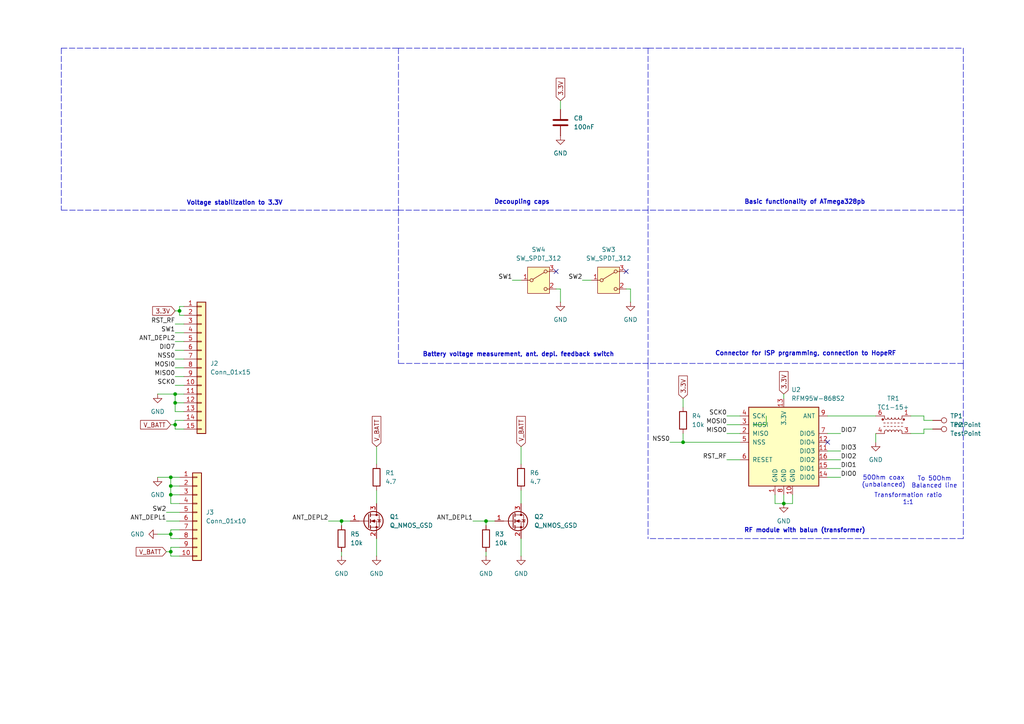
<source format=kicad_sch>
(kicad_sch (version 20231120) (generator "eeschema") (generator_version "8.0")
  (paper "A4")
  (title_block (title "Jára - antenna deployment subsystem") (date "2025-02-26") (rev "v0.1") (company "2PDK space industries"))
  (lib_symbols
    (symbol "Connector:TestPoint" (pin_numbers hide) (pin_names (offset 0.762) hide)
      (property "Reference" "TP" (at 0 6.858 0))
      (property "Value" "TestPoint" (at 0 5.08 0))
      (symbol "TestPoint_0_1"
        (circle (center 0 3.302) (radius 0.762))
      )
      (symbol "TestPoint_1_1"
        (pin passive line (at 0 0 90) (length 2.54) (name "1") (number "1"))
      )
    )
    (symbol "Connector_Generic:Conn_01x10" (pin_names (offset 1.016) hide)
      (property "Reference" "J" (at 0 12.7 0))
      (property "Value" "Conn_01x10" (at 0 -15.24 0))
      (symbol "Conn_01x10_1_1"
        (rectangle (start -1.27 -12.573) (end 0 -12.827) (stroke (width 0.1524)))
        (rectangle (start -1.27 -10.033) (end 0 -10.287) (stroke (width 0.1524)))
        (rectangle (start -1.27 -7.493) (end 0 -7.747) (stroke (width 0.1524)))
        (rectangle (start -1.27 -4.953) (end 0 -5.207) (stroke (width 0.1524)))
        (rectangle (start -1.27 -2.413) (end 0 -2.667) (stroke (width 0.1524)))
        (rectangle (start -1.27 0.127) (end 0 -0.127) (stroke (width 0.1524)))
        (rectangle (start -1.27 2.667) (end 0 2.413) (stroke (width 0.1524)))
        (rectangle (start -1.27 5.207) (end 0 4.953) (stroke (width 0.1524)))
        (rectangle (start -1.27 7.747) (end 0 7.493) (stroke (width 0.1524)))
        (rectangle (start -1.27 10.287) (end 0 10.033) (stroke (width 0.1524)))
        (rectangle (start -1.27 11.43) (end 1.27 -13.97) (stroke (width 0.254)) (fill (type background)))
        (pin passive line (at -5.08 10.16 0) (length 3.81) (name "Pin_1") (number "1"))
        (pin passive line (at -5.08 -12.7 0) (length 3.81) (name "Pin_10") (number "10"))
        (pin passive line (at -5.08 7.62 0) (length 3.81) (name "Pin_2") (number "2"))
        (pin passive line (at -5.08 5.08 0) (length 3.81) (name "Pin_3") (number "3"))
        (pin passive line (at -5.08 2.54 0) (length 3.81) (name "Pin_4") (number "4"))
        (pin passive line (at -5.08 0 0) (length 3.81) (name "Pin_5") (number "5"))
        (pin passive line (at -5.08 -2.54 0) (length 3.81) (name "Pin_6") (number "6"))
        (pin passive line (at -5.08 -5.08 0) (length 3.81) (name "Pin_7") (number "7"))
        (pin passive line (at -5.08 -7.62 0) (length 3.81) (name "Pin_8") (number "8"))
        (pin passive line (at -5.08 -10.16 0) (length 3.81) (name "Pin_9") (number "9"))
      )
    )
    (symbol "Connector_Generic:Conn_01x15" (pin_names (offset 1.016) hide)
      (property "Reference" "J" (at 0 20.32 0))
      (property "Value" "Conn_01x15" (at 0 -20.32 0))
      (symbol "Conn_01x15_1_1"
        (rectangle (start -1.27 -17.653) (end 0 -17.907) (stroke (width 0.1524)))
        (rectangle (start -1.27 -15.113) (end 0 -15.367) (stroke (width 0.1524)))
        (rectangle (start -1.27 -12.573) (end 0 -12.827) (stroke (width 0.1524)))
        (rectangle (start -1.27 -10.033) (end 0 -10.287) (stroke (width 0.1524)))
        (rectangle (start -1.27 -7.493) (end 0 -7.747) (stroke (width 0.1524)))
        (rectangle (start -1.27 -4.953) (end 0 -5.207) (stroke (width 0.1524)))
        (rectangle (start -1.27 -2.413) (end 0 -2.667) (stroke (width 0.1524)))
        (rectangle (start -1.27 0.127) (end 0 -0.127) (stroke (width 0.1524)))
        (rectangle (start -1.27 2.667) (end 0 2.413) (stroke (width 0.1524)))
        (rectangle (start -1.27 5.207) (end 0 4.953) (stroke (width 0.1524)))
        (rectangle (start -1.27 7.747) (end 0 7.493) (stroke (width 0.1524)))
        (rectangle (start -1.27 10.287) (end 0 10.033) (stroke (width 0.1524)))
        (rectangle (start -1.27 12.827) (end 0 12.573) (stroke (width 0.1524)))
        (rectangle (start -1.27 15.367) (end 0 15.113) (stroke (width 0.1524)))
        (rectangle (start -1.27 17.907) (end 0 17.653) (stroke (width 0.1524)))
        (rectangle (start -1.27 19.05) (end 1.27 -19.05) (stroke (width 0.254)) (fill (type background)))
        (pin passive line (at -5.08 17.78 0) (length 3.81) (name "Pin_1") (number "1"))
        (pin passive line (at -5.08 -5.08 0) (length 3.81) (name "Pin_10") (number "10"))
        (pin passive line (at -5.08 -7.62 0) (length 3.81) (name "Pin_11") (number "11"))
        (pin passive line (at -5.08 -10.16 0) (length 3.81) (name "Pin_12") (number "12"))
        (pin passive line (at -5.08 -12.7 0) (length 3.81) (name "Pin_13") (number "13"))
        (pin passive line (at -5.08 -15.24 0) (length 3.81) (name "Pin_14") (number "14"))
        (pin passive line (at -5.08 -17.78 0) (length 3.81) (name "Pin_15") (number "15"))
        (pin passive line (at -5.08 15.24 0) (length 3.81) (name "Pin_2") (number "2"))
        (pin passive line (at -5.08 12.7 0) (length 3.81) (name "Pin_3") (number "3"))
        (pin passive line (at -5.08 10.16 0) (length 3.81) (name "Pin_4") (number "4"))
        (pin passive line (at -5.08 7.62 0) (length 3.81) (name "Pin_5") (number "5"))
        (pin passive line (at -5.08 5.08 0) (length 3.81) (name "Pin_6") (number "6"))
        (pin passive line (at -5.08 2.54 0) (length 3.81) (name "Pin_7") (number "7"))
        (pin passive line (at -5.08 0 0) (length 3.81) (name "Pin_8") (number "8"))
        (pin passive line (at -5.08 -2.54 0) (length 3.81) (name "Pin_9") (number "9"))
      )
    )
    (symbol "Device:C" (pin_numbers hide) (pin_names (offset 0.254))
      (property "Reference" "C" (at 0.635 2.54 0))
      (property "Value" "C" (at 0.635 -2.54 0))
      (symbol "C_0_1"
        (polyline (pts (xy -2.032 -0.762) (xy 2.032 -0.762)) (stroke (width 0.508)))
        (polyline (pts (xy -2.032 0.762) (xy 2.032 0.762)) (stroke (width 0.508)))
      )
      (symbol "C_1_1"
        (pin passive line (at 0 3.81 270) (length 2.794) (name "~") (number "1"))
        (pin passive line (at 0 -3.81 90) (length 2.794) (name "~") (number "2"))
      )
    )
    (symbol "Device:Q_NMOS_GSD" (pin_names (offset 0) hide)
      (property "Reference" "Q" (at 5.08 1.27 0))
      (property "Value" "Q_NMOS_GSD" (at 5.08 -1.27 0))
      (symbol "Q_NMOS_GSD_0_1"
        (polyline (pts (xy 0.254 0) (xy -2.54 0)))
        (polyline (pts (xy 0.254 1.905) (xy 0.254 -1.905)) (stroke (width 0.254)))
        (polyline (pts (xy 0.762 -1.27) (xy 0.762 -2.286)) (stroke (width 0.254)))
        (polyline (pts (xy 0.762 0.508) (xy 0.762 -0.508)) (stroke (width 0.254)))
        (polyline (pts (xy 0.762 2.286) (xy 0.762 1.27)) (stroke (width 0.254)))
        (polyline (pts (xy 2.54 2.54) (xy 2.54 1.778)))
        (polyline (pts (xy 2.54 -2.54) (xy 2.54 0) (xy 0.762 0)))
        (polyline (pts (xy 0.762 -1.778) (xy 3.302 -1.778) (xy 3.302 1.778) (xy 0.762 1.778)))
        (polyline (pts (xy 1.016 0) (xy 2.032 0.381) (xy 2.032 -0.381) (xy 1.016 0)) (fill (type outline)))
        (polyline (pts (xy 2.794 0.508) (xy 2.921 0.381) (xy 3.683 0.381) (xy 3.81 0.254)))
        (polyline (pts (xy 3.302 0.381) (xy 2.921 -0.254) (xy 3.683 -0.254) (xy 3.302 0.381)))
        (circle (center 1.651 0) (radius 2.794) (stroke (width 0.254)))
        (circle (center 2.54 -1.778) (radius 0.254) (fill (type outline)))
        (circle (center 2.54 1.778) (radius 0.254) (fill (type outline)))
      )
      (symbol "Q_NMOS_GSD_1_1"
        (pin input line (at -5.08 0 0) (length 2.54) (name "G") (number "1"))
        (pin passive line (at 2.54 -5.08 90) (length 2.54) (name "S") (number "2"))
        (pin passive line (at 2.54 5.08 270) (length 2.54) (name "D") (number "3"))
      )
    )
    (symbol "Device:R" (pin_numbers hide) (pin_names (offset 0))
      (property "Reference" "R" (at 2.032 0 90))
      (property "Value" "R" (at 0 0 90))
      (symbol "R_0_1"
        (rectangle (start -1.016 -2.54) (end 1.016 2.54) (stroke (width 0.254)))
      )
      (symbol "R_1_1"
        (pin passive line (at 0 3.81 270) (length 1.27) (name "~") (number "1"))
        (pin passive line (at 0 -3.81 90) (length 1.27) (name "~") (number "2"))
      )
    )
    (symbol "RF_Module:RFM95W-868S2" (pin_names (offset 1.016))
      (property "Reference" "U" (at -10.414 11.684 0))
      (property "Value" "RFM95W-868S2" (at 1.524 11.43 0))
      (symbol "RFM95W-868S2_0_1"
        (rectangle (start -10.16 10.16) (end 10.16 -12.7) (stroke (width 0.254)) (fill (type background)))
      )
      (symbol "RFM95W-868S2_1_1"
        (pin power_in line (at -2.54 -15.24 90) (length 2.54) (name "GND") (number "1"))
        (pin power_in line (at 2.54 -15.24 90) (length 2.54) (name "GND") (number "10"))
        (pin bidirectional line (at 12.7 -2.54 180) (length 2.54) (name "DIO3") (number "11"))
        (pin bidirectional line (at 12.7 0 180) (length 2.54) (name "DIO4") (number "12"))
        (pin power_in line (at 0 12.7 270) (length 2.54) (name "3.3V") (number "13"))
        (pin bidirectional line (at 12.7 -10.16 180) (length 2.54) (name "DIO0") (number "14"))
        (pin bidirectional line (at 12.7 -7.62 180) (length 2.54) (name "DIO1") (number "15"))
        (pin bidirectional line (at 12.7 -5.08 180) (length 2.54) (name "DIO2") (number "16"))
        (pin output line (at -12.7 2.54 0) (length 2.54) (name "MISO") (number "2"))
        (pin input line (at -12.7 5.08 0) (length 2.54) (name "MOSI") (number "3"))
        (pin input line (at -12.7 7.62 0) (length 2.54) (name "SCK") (number "4"))
        (pin input line (at -12.7 0 0) (length 2.54) (name "NSS") (number "5"))
        (pin bidirectional line (at -12.7 -5.08 0) (length 2.54) (name "RESET") (number "6"))
        (pin bidirectional line (at 12.7 2.54 180) (length 2.54) (name "DIO5") (number "7"))
        (pin power_in line (at 0 -15.24 90) (length 2.54) (name "GND") (number "8"))
        (pin bidirectional line (at 12.7 7.62 180) (length 2.54) (name "ANT") (number "9"))
      )
    )
    (symbol "Switch:SW_SPDT_312" (pin_names (offset 1) hide)
      (property "Reference" "SW" (at 0 5.08 0))
      (property "Value" "SW_SPDT_312" (at 0 -5.08 0))
      (symbol "SW_SPDT_312_0_1"
        (circle (center -2.032 0) (radius 0.4572))
        (polyline (pts (xy -1.651 0.254) (xy 1.651 2.286)))
        (circle (center 2.032 -2.54) (radius 0.4572))
        (circle (center 2.032 2.54) (radius 0.4572))
      )
      (symbol "SW_SPDT_312_1_1"
        (rectangle (start -3.175 3.81) (end 3.175 -3.81) (fill (type background)))
        (pin passive line (at -5.08 0 0) (length 2.54) (name "B") (number "1"))
        (pin passive line (at 5.08 -2.54 180) (length 2.54) (name "C") (number "2"))
        (pin passive line (at 5.08 2.54 180) (length 2.54) (name "A") (number "3"))
      )
    )
    (symbol "Transformer:TC1-1-13M+" (pin_names hide)
      (property "Reference" "TR" (at 0 3.81 0))
      (property "Value" "TC1-1-13M+" (at 0 -3.81 0))
      (symbol "TC1-1-13M+_1_1"
        (circle (center -3.048 1.524) (radius 0.254) (fill (type outline)))
        (arc (start -2.54 2.032) (mid -2.032 1.5262) (end -1.524 2.032))
        (arc (start -1.524 -2.032) (mid -2.032 -1.5262) (end -2.54 -2.032))
        (arc (start -1.524 2.032) (mid -1.016 1.5262) (end -0.508 2.032))
        (arc (start -0.508 -2.032) (mid -1.016 -1.5262) (end -1.524 -2.032))
        (arc (start -0.508 2.032) (mid 0 1.5262) (end 0.508 2.032))
        (polyline (pts (xy -2.794 -0.508) (xy -2.286 -0.508)))
        (polyline (pts (xy -2.794 0.508) (xy -2.286 0.508)))
        (polyline (pts (xy -2.54 -2.032) (xy -2.54 -2.54)))
        (polyline (pts (xy -2.54 2.032) (xy -2.54 2.54)))
        (polyline (pts (xy -1.778 -0.508) (xy -1.27 -0.508)))
        (polyline (pts (xy -1.778 0.508) (xy -1.27 0.508)))
        (polyline (pts (xy -0.762 -0.508) (xy -0.254 -0.508)))
        (polyline (pts (xy -0.762 0.508) (xy -0.254 0.508)))
        (polyline (pts (xy 0.254 -0.508) (xy 0.762 -0.508)))
        (polyline (pts (xy 0.254 0.508) (xy 0.762 0.508)))
        (polyline (pts (xy 1.27 -0.508) (xy 1.778 -0.508)))
        (polyline (pts (xy 1.27 0.508) (xy 1.778 0.508)))
        (polyline (pts (xy 2.286 -0.508) (xy 2.794 -0.508)))
        (polyline (pts (xy 2.286 0.508) (xy 2.794 0.508)))
        (polyline (pts (xy 2.54 -2.032) (xy 2.54 -2.54)))
        (polyline (pts (xy 2.54 2.54) (xy 2.54 2.032)))
        (arc (start 0.508 -2.032) (mid 0 -1.5262) (end -0.508 -2.032))
        (arc (start 0.508 2.032) (mid 1.016 1.5262) (end 1.524 2.032))
        (arc (start 1.524 -2.032) (mid 1.016 -1.5262) (end 0.508 -2.032))
        (arc (start 1.524 2.032) (mid 2.032 1.5262) (end 2.54 2.032))
        (arc (start 2.54 -2.032) (mid 2.032 -1.5262) (end 1.524 -2.032))
        (circle (center 3.048 1.524) (radius 0.254) (fill (type outline)))
        (pin passive line (at 5.08 2.54 180) (length 2.54) (name "~") (number "1"))
        (pin passive line (at 5.08 -2.54 180) (length 2.54) (name "~") (number "3"))
        (pin passive line (at -5.08 -2.54 0) (length 2.54) (name "~") (number "4"))
        (pin passive line (at -5.08 2.54 0) (length 2.54) (name "~") (number "6"))
      )
    )
    (symbol "power:GND" (power) (pin_numbers hide) (pin_names (offset 0) hide)
      (property "Value" "GND" (at 0 -3.81 0))
      (symbol "GND_0_1"
        (polyline (pts (xy 0 0) (xy 0 -1.27) (xy 1.27 -1.27) (xy 0 -2.54) (xy -1.27 -1.27) (xy 0 -1.27)))
      )
      (symbol "GND_1_1"
        (pin power_in line (at 0 0 270) (length 0) (name "~") (number "1"))
      )
    )
  )
  (junction (at 50.8 116.84))
  (junction (at 49.53 138.43))
  (junction (at 140.97 151.13))
  (junction (at 49.53 160.02))
  (junction (at 227.33 146.05))
  (junction (at 49.53 154.94))
  (junction (at 198.12 128.27))
  (junction (at 49.53 140.97))
  (junction (at 49.53 143.51))
  (junction (at 50.8 114.3))
  (junction (at 52.07 90.17))
  (junction (at 99.06 151.13))
  (junction (at 50.8 123.19))
  (no_connect (at 181.61 78.74))
  (no_connect (at 240.03 128.27))
  (no_connect (at 161.29 78.74))
  (wire (pts (xy 48.26 148.59) (xy 52.07 148.59)))
  (wire (pts (xy 151.13 129.54) (xy 151.13 134.62)))
  (wire (pts (xy 49.53 138.43) (xy 52.07 138.43)))
  (wire (pts (xy 240.03 130.81) (xy 243.84 130.81)))
  (wire (pts (xy 267.97 121.92) (xy 270.51 121.92)))
  (wire (pts (xy 168.91 81.28) (xy 171.45 81.28)))
  (wire (pts (xy 49.53 140.97) (xy 52.07 140.97)))
  (wire (pts (xy 53.34 91.44) (xy 52.07 91.44)))
  (wire (pts (xy 162.56 29.21) (xy 162.56 31.75)))
  (wire (pts (xy 229.87 146.05) (xy 227.33 146.05)))
  (wire (pts (xy 240.03 120.65) (xy 254 120.65)))
  (wire (pts (xy 45.72 114.3) (xy 50.8 114.3)))
  (wire (pts (xy 50.8 116.84) (xy 53.34 116.84)))
  (wire (pts (xy 140.97 160.02) (xy 140.97 161.29)))
  (wire (pts (xy 53.34 119.38) (xy 50.8 119.38)))
  (polyline (pts (xy 115.57 13.97) (xy 187.96 13.97)) (stroke (width 0) (type dash)))
  (wire (pts (xy 50.8 121.92) (xy 53.34 121.92)))
  (wire (pts (xy 181.61 83.82) (xy 182.88 83.82)))
  (polyline (pts (xy 187.96 105.41) (xy 187.96 60.96)) (stroke (width 0) (type dash)))
  (wire (pts (xy 267.97 125.73) (xy 267.97 124.46)))
  (wire (pts (xy 151.13 161.29) (xy 151.13 156.21)))
  (wire (pts (xy 49.53 158.75) (xy 49.53 160.02)))
  (polyline (pts (xy 115.57 105.41) (xy 187.96 105.41)) (stroke (width 0) (type dash)))
  (wire (pts (xy 267.97 120.65) (xy 267.97 121.92)))
  (wire (pts (xy 140.97 151.13) (xy 143.51 151.13)))
  (wire (pts (xy 161.29 83.82) (xy 162.56 83.82)))
  (polyline (pts (xy 187.96 13.97) (xy 187.96 60.96)) (stroke (width 0) (type dash)))
  (wire (pts (xy 49.53 143.51) (xy 52.07 143.51)))
  (polyline (pts (xy 17.78 13.97) (xy 17.78 60.96)) (stroke (width 0) (type dash)))
  (wire (pts (xy 53.34 104.14) (xy 50.8 104.14)))
  (wire (pts (xy 224.79 143.51) (xy 224.79 146.05)))
  (wire (pts (xy 52.07 88.9) (xy 52.07 90.17)))
  (wire (pts (xy 198.12 128.27) (xy 214.63 128.27)))
  (wire (pts (xy 50.8 124.46) (xy 53.34 124.46)))
  (polyline (pts (xy 279.4 13.97) (xy 279.4 60.96)) (stroke (width 0) (type dash)))
  (wire (pts (xy 148.59 81.28) (xy 151.13 81.28)))
  (wire (pts (xy 267.97 124.46) (xy 270.51 124.46)))
  (wire (pts (xy 49.53 140.97) (xy 49.53 143.51)))
  (wire (pts (xy 162.56 83.82) (xy 162.56 87.63)))
  (wire (pts (xy 50.8 90.17) (xy 52.07 90.17)))
  (wire (pts (xy 109.22 142.24) (xy 109.22 146.05)))
  (polyline (pts (xy 187.96 13.97) (xy 279.4 13.97)) (stroke (width 0) (type dash)))
  (wire (pts (xy 49.53 123.19) (xy 50.8 123.19)))
  (wire (pts (xy 49.53 140.97) (xy 49.53 138.43)))
  (polyline (pts (xy 187.96 60.96) (xy 115.57 60.96)) (stroke (width 0) (type dash)))
  (wire (pts (xy 48.26 151.13) (xy 52.07 151.13)))
  (wire (pts (xy 52.07 153.67) (xy 49.53 153.67)))
  (polyline (pts (xy 279.4 105.41) (xy 187.96 105.41)) (stroke (width 0) (type dash)))
  (wire (pts (xy 48.26 160.02) (xy 49.53 160.02)))
  (wire (pts (xy 99.06 151.13) (xy 99.06 152.4)))
  (wire (pts (xy 49.53 156.21) (xy 52.07 156.21)))
  (wire (pts (xy 49.53 154.94) (xy 49.53 156.21)))
  (polyline (pts (xy 115.57 13.97) (xy 115.57 60.96)) (stroke (width 0) (type dash)))
  (wire (pts (xy 53.34 93.98) (xy 50.8 93.98)))
  (wire (pts (xy 49.53 143.51) (xy 49.53 146.05)))
  (wire (pts (xy 50.8 114.3) (xy 50.8 116.84)))
  (wire (pts (xy 151.13 142.24) (xy 151.13 146.05)))
  (wire (pts (xy 50.8 121.92) (xy 50.8 123.19)))
  (wire (pts (xy 194.31 128.27) (xy 198.12 128.27)))
  (wire (pts (xy 52.07 90.17) (xy 52.07 91.44)))
  (wire (pts (xy 53.34 99.06) (xy 50.8 99.06)))
  (wire (pts (xy 95.25 151.13) (xy 99.06 151.13)))
  (wire (pts (xy 50.8 116.84) (xy 50.8 119.38)))
  (wire (pts (xy 182.88 83.82) (xy 182.88 87.63)))
  (wire (pts (xy 140.97 151.13) (xy 140.97 152.4)))
  (wire (pts (xy 229.87 143.51) (xy 229.87 146.05)))
  (polyline (pts (xy 279.4 156.21) (xy 187.96 156.21)) (stroke (width 0) (type dash)))
  (wire (pts (xy 254 125.73) (xy 254 128.27)))
  (wire (pts (xy 53.34 109.22) (xy 50.8 109.22)))
  (wire (pts (xy 49.53 161.29) (xy 52.07 161.29)))
  (polyline (pts (xy 279.4 60.96) (xy 187.96 60.96)) (stroke (width 0) (type dash)))
  (wire (pts (xy 49.53 158.75) (xy 52.07 158.75)))
  (wire (pts (xy 198.12 115.57) (xy 198.12 118.11)))
  (wire (pts (xy 53.34 111.76) (xy 50.8 111.76)))
  (wire (pts (xy 53.34 106.68) (xy 50.8 106.68)))
  (wire (pts (xy 53.34 96.52) (xy 50.8 96.52)))
  (wire (pts (xy 264.16 125.73) (xy 267.97 125.73)))
  (polyline (pts (xy 115.57 60.96) (xy 17.78 60.96)) (stroke (width 0) (type dash)))
  (wire (pts (xy 210.82 125.73) (xy 214.63 125.73)))
  (wire (pts (xy 222.25 123.19) (xy 222.25 120.65)))
  (wire (pts (xy 137.16 151.13) (xy 140.97 151.13)))
  (wire (pts (xy 240.03 133.35) (xy 243.84 133.35)))
  (polyline (pts (xy 187.96 105.41) (xy 187.96 156.21)) (stroke (width 0) (type dash)))
  (wire (pts (xy 240.03 135.89) (xy 243.84 135.89)))
  (wire (pts (xy 45.72 138.43) (xy 49.53 138.43)))
  (wire (pts (xy 45.72 154.94) (xy 49.53 154.94)))
  (wire (pts (xy 198.12 125.73) (xy 198.12 128.27)))
  (wire (pts (xy 53.34 101.6) (xy 50.8 101.6)))
  (wire (pts (xy 240.03 125.73) (xy 243.84 125.73)))
  (wire (pts (xy 49.53 160.02) (xy 49.53 161.29)))
  (wire (pts (xy 210.82 123.19) (xy 214.63 123.19)))
  (wire (pts (xy 224.79 146.05) (xy 227.33 146.05)))
  (polyline (pts (xy 279.4 60.96) (xy 279.4 105.41)) (stroke (width 0) (type dash)))
  (wire (pts (xy 52.07 88.9) (xy 53.34 88.9)))
  (wire (pts (xy 50.8 114.3) (xy 53.34 114.3)))
  (wire (pts (xy 49.53 153.67) (xy 49.53 154.94)))
  (polyline (pts (xy 115.57 60.96) (xy 115.57 105.41)) (stroke (width 0) (type dash)))
  (polyline (pts (xy 279.4 105.41) (xy 279.4 156.21)) (stroke (width 0) (type dash)))
  (wire (pts (xy 240.03 138.43) (xy 243.84 138.43)))
  (wire (pts (xy 210.82 133.35) (xy 214.63 133.35)))
  (polyline (pts (xy 17.78 13.97) (xy 115.57 13.97)) (stroke (width 0) (type dash)))
  (wire (pts (xy 50.8 123.19) (xy 50.8 124.46)))
  (wire (pts (xy 227.33 143.51) (xy 227.33 146.05)))
  (wire (pts (xy 264.16 120.65) (xy 267.97 120.65)))
  (wire (pts (xy 49.53 146.05) (xy 52.07 146.05)))
  (wire (pts (xy 227.33 114.3) (xy 227.33 115.57)))
  (wire (pts (xy 109.22 161.29) (xy 109.22 156.21)))
  (wire (pts (xy 99.06 151.13) (xy 101.6 151.13)))
  (wire (pts (xy 109.22 129.54) (xy 109.22 134.62)))
  (wire (pts (xy 210.82 120.65) (xy 214.63 120.65)))
  (wire (pts (xy 99.06 160.02) (xy 99.06 161.29)))
  (wire (pts (xy 218.44 123.19) (xy 222.25 123.19)))
  (text "Basic functionality of ATmega328pb" (at 233.426 58.674 0) (effects (font (size 1.27 1.27) (bold yes))))
  (text "RF module with balun (transformer)" (at 233.426 153.924 0) (effects (font (size 1.27 1.27) (bold yes))))
  (text "Decoupling caps" (at 151.384 58.674 0) (effects (font (size 1.27 1.27) (bold yes))))
  (text "50Ohm coax\n(unbalanced)" (at 256.286 139.7 0) (effects (font (size 1.27 1.27))))
  (text "To 50Ohm\nBalanced line" (at 271.018 139.954 0) (effects (font (size 1.27 1.27))))
  (text "Battery voltage measurement, ant. depl. feedback switch" (at 150.368 102.87 0) (effects (font (size 1.27 1.27) (bold yes))))
  (text "Connector for ISP prgramming, connection to HopeRF" (at 233.68 102.616 0) (effects (font (size 1.27 1.27) (bold yes))))
  (text "Voltage stabilization to 3.3V" (at 68.072 58.928 0) (effects (font (size 1.27 1.27) (thickness 0.254) (bold yes))))
  (text "Transformation ratio\n1:1" (at 263.398 144.78 0) (effects (font (size 1.27 1.27))))
  (label "MOSI0" (at 210.82 123.19 180))
  (label "SW2" (at 48.26 148.59 180))
  (label "DIO7" (at 243.84 125.73 0))
  (label "ANT_DEPL2" (at 95.25 151.13 180))
  (label "ANT_DEPL1" (at 48.26 151.13 180))
  (label "RST_RF" (at 50.8 93.98 180))
  (label "MISO0" (at 210.82 125.73 180))
  (label "ANT_DEPL2" (at 50.8 99.06 180))
  (label "MISO0" (at 50.8 109.22 180))
  (label "DIO3" (at 243.84 130.81 0))
  (label "MOSI0" (at 50.8 106.68 180))
  (label "NSS0" (at 50.8 104.14 180))
  (label "ANT_DEPL1" (at 137.16 151.13 180))
  (label "RST_RF" (at 210.82 133.35 180))
  (label "NSS0" (at 194.31 128.27 180))
  (label "DIO1" (at 243.84 135.89 0))
  (label "SCK0" (at 50.8 111.76 180))
  (label "DIO2" (at 243.84 133.35 0))
  (label "DIO0" (at 243.84 138.43 0))
  (label "DIO7" (at 50.8 101.6 180))
  (label "SW1" (at 50.8 96.52 180))
  (label "SW1" (at 148.59 81.28 180))
  (label "SCK0" (at 210.82 120.65 180))
  (label "SW2" (at 168.91 81.28 180))
  (global_label "3.3V" (shape input) (at 162.56 29.21 90) (property "Intersheetrefs" "${INTERSHEET_REFS}" (effects (hide yes))))
  (global_label "V_BATT" (shape input) (at 151.13 129.54 90) (property "Intersheetrefs" "${INTERSHEET_REFS}" (effects (hide yes))))
  (global_label "V_BATT" (shape input) (at 109.22 129.54 90) (property "Intersheetrefs" "${INTERSHEET_REFS}" (effects (hide yes))))
  (global_label "V_BATT" (shape input) (at 48.26 160.02 180) (property "Intersheetrefs" "${INTERSHEET_REFS}" (effects (hide yes))))
  (global_label "3.3V" (shape input) (at 227.33 114.3 90) (property "Intersheetrefs" "${INTERSHEET_REFS}" (effects (hide yes))))
  (global_label "3.3V" (shape input) (at 198.12 115.57 90) (property "Intersheetrefs" "${INTERSHEET_REFS}" (effects (hide yes))))
  (global_label "V_BATT" (shape input) (at 49.53 123.19 180) (property "Intersheetrefs" "${INTERSHEET_REFS}" (effects (hide yes))))
  (global_label "3.3V" (shape input) (at 50.8 90.17 180) (property "Intersheetrefs" "${INTERSHEET_REFS}" (effects (hide yes))))
  (symbol (lib_id "Device:Q_NMOS_GSD") (at 148.59 151.13 0) (unit 1)
    (property "Reference" "Q2" (at 154.94 149.8599 0) (effects (justify left)))
    (property "Value" "Q_NMOS_GSD" (at 154.94 152.3999 0) (effects (justify left)))
    (property "Footprint" "Package_TO_SOT_SMD:SOT-23" (effects (hide yes)))
    (property "Description" "N-MOSFET transistor, gate/source/drain" (effects (hide yes)))
  )
  (symbol (lib_id "power:GND") (at 162.56 87.63 0) (unit 1)
    (property "Reference" "#PWR022" (effects (hide yes)))
    (property "Value" "GND" (at 162.56 92.71 0))
    (property "Description" "Power symbol creates a global label with name \"GND\" , ground" (effects (hide yes)))
  )
  (symbol (lib_id "Device:R") (at 151.13 138.43 0) (unit 1)
    (property "Reference" "R6" (at 153.67 137.1599 0) (effects (justify left)))
    (property "Value" "4.7" (at 153.67 139.6999 0) (effects (justify left)))
    (property "Footprint" "Resistor_SMD:R_0805_2012Metric" (effects (hide yes)))
    (property "Description" "Resistor" (effects (hide yes)))
  )
  (symbol (lib_id "power:GND") (at 140.97 161.29 0) (unit 1)
    (property "Reference" "#PWR01" (effects (hide yes)))
    (property "Value" "GND" (at 140.97 166.37 0))
    (property "Description" "Power symbol creates a global label with name \"GND\" , ground" (effects (hide yes)))
  )
  (symbol (lib_id "Connector:TestPoint") (at 270.51 124.46 270) (unit 1)
    (property "Reference" "TP2" (at 275.59 123.1899 90) (effects (justify left)))
    (property "Value" "TestPoint" (at 275.59 125.7299 90) (effects (justify left)))
    (property "Footprint" "TestPoint:TestPoint_Pad_1.5x1.5mm" (effects (hide yes)))
    (property "Description" "test point" (effects (hide yes)))
  )
  (symbol (lib_id "Device:R") (at 140.97 156.21 0) (unit 1)
    (property "Reference" "R3" (at 143.51 154.9399 0) (effects (justify left)))
    (property "Value" "10k" (at 143.51 157.4799 0) (effects (justify left)))
    (property "Footprint" "Resistor_SMD:R_0805_2012Metric" (effects (hide yes)))
    (property "Description" "Resistor" (effects (hide yes)))
  )
  (symbol (lib_id "Device:R") (at 109.22 138.43 0) (unit 1)
    (property "Reference" "R1" (at 111.76 137.1599 0) (effects (justify left)))
    (property "Value" "4.7" (at 111.76 139.6999 0) (effects (justify left)))
    (property "Footprint" "Resistor_SMD:R_0805_2012Metric" (effects (hide yes)))
    (property "Description" "Resistor" (effects (hide yes)))
  )
  (symbol (lib_id "Switch:SW_SPDT_312") (at 156.21 81.28 0) (unit 1)
    (property "Reference" "SW4" (at 156.21 72.39 0))
    (property "Value" "SW_SPDT_312" (at 156.21 74.93 0))
    (property "Footprint" "moment_switch:ZMA00A080L04RC" (effects (hide yes)))
    (property "Description" "Switch, single pole double throw" (effects (hide yes)))
  )
  (symbol (lib_id "power:GND") (at 182.88 87.63 0) (unit 1)
    (property "Reference" "#PWR027" (effects (hide yes)))
    (property "Value" "GND" (at 182.88 92.71 0))
    (property "Description" "Power symbol creates a global label with name \"GND\" , ground" (effects (hide yes)))
  )
  (symbol (lib_id "power:GND") (at 99.06 161.29 0) (unit 1)
    (property "Reference" "#PWR03" (effects (hide yes)))
    (property "Value" "GND" (at 99.06 166.37 0))
    (property "Description" "Power symbol creates a global label with name \"GND\" , ground" (effects (hide yes)))
  )
  (symbol (lib_id "Transformer:TC1-1-13M+") (at 259.08 123.19 0) (unit 1)
    (property "Reference" "TR1" (at 259.08 115.57 0))
    (property "Value" "TC1-15+" (at 259.08 118.11 0))
    (property "Footprint" "Transformer_SMD:Transformer_MiniCircuits_AT224-1A" (effects (hide yes)))
    (property "Datasheet" "https://www.minicircuits.com/pdfs/TC1-1-13M+.pdf" (effects (hide yes)))
    (property "Description" "4.5-3000MHz 1:1 RF Transformer, Balanced Transmission Line, AT224-1A" (effects (hide yes)))
  )
  (symbol (lib_id "Connector_Generic:Conn_01x10") (at 57.15 148.59 0) (unit 1)
    (property "Reference" "J3" (at 59.69 148.5899 0) (effects (justify left)))
    (property "Value" "Conn_01x10" (at 59.69 151.1299 0) (effects (justify left)))
    (property "Footprint" "Connector_PinHeader_2.54mm:PinHeader_1x10_P2.54mm_Vertical" (effects (hide yes)))
    (property "Description" "Generic connector, single row, 01x10, script generated (kicad-library-utils/schlib/autogen/connector/)" (effects (hide yes)))
  )
  (symbol (lib_id "Device:R") (at 99.06 156.21 0) (unit 1)
    (property "Reference" "R5" (at 101.6 154.9399 0) (effects (justify left)))
    (property "Value" "10k" (at 101.6 157.4799 0) (effects (justify left)))
    (property "Footprint" "Resistor_SMD:R_0805_2012Metric" (effects (hide yes)))
    (property "Description" "Resistor" (effects (hide yes)))
  )
  (symbol (lib_id "Connector_Generic:Conn_01x15") (at 58.42 106.68 0) (unit 1)
    (property "Reference" "J2" (at 60.96 105.4099 0) (effects (justify left)))
    (property "Value" "Conn_01x15" (at 60.96 107.9499 0) (effects (justify left)))
    (property "Footprint" "Connector_PinHeader_2.54mm:PinHeader_1x15_P2.54mm_Vertical" (effects (hide yes)))
    (property "Description" "Generic connector, single row, 01x15, script generated (kicad-library-utils/schlib/autogen/connector/)" (effects (hide yes)))
  )
  (symbol (lib_id "Device:C") (at 162.56 35.56 0) (unit 1)
    (property "Reference" "C8" (at 166.37 34.2899 0) (effects (justify left)))
    (property "Value" "100nF" (at 166.37 36.8299 0) (effects (justify left)))
    (property "Footprint" "Capacitor_SMD:C_0805_2012Metric" (effects (hide yes)))
    (property "Description" "Unpolarized capacitor" (effects (hide yes)))
  )
  (symbol (lib_id "power:GND") (at 227.33 146.05 0) (unit 1)
    (property "Reference" "#PWR012" (effects (hide yes)))
    (property "Value" "GND" (at 227.33 151.13 0))
    (property "Description" "Power symbol creates a global label with name \"GND\" , ground" (effects (hide yes)))
  )
  (symbol (lib_id "power:GND") (at 45.72 154.94 270) (unit 1)
    (property "Reference" "#PWR07" (effects (hide yes)))
    (property "Value" "GND" (at 41.91 154.9399 90) (effects (justify right)))
    (property "Description" "Power symbol creates a global label with name \"GND\" , ground" (effects (hide yes)))
  )
  (symbol (lib_id "power:GND") (at 162.56 39.37 0) (unit 1)
    (property "Reference" "#PWR013" (effects (hide yes)))
    (property "Value" "GND" (at 162.56 44.45 0))
    (property "Description" "Power symbol creates a global label with name \"GND\" , ground" (effects (hide yes)))
  )
  (symbol (lib_id "power:GND") (at 45.72 114.3 0) (unit 1)
    (property "Reference" "#PWR06" (effects (hide yes)))
    (property "Value" "GND" (at 45.72 119.38 0))
    (property "Description" "Power symbol creates a global label with name \"GND\" , ground" (effects (hide yes)))
  )
  (symbol (lib_id "power:GND") (at 45.72 138.43 0) (unit 1)
    (property "Reference" "#PWR05" (effects (hide yes)))
    (property "Value" "GND" (at 45.72 143.51 0))
    (property "Description" "Power symbol creates a global label with name \"GND\" , ground" (effects (hide yes)))
  )
  (symbol (lib_id "Connector:TestPoint") (at 270.51 121.92 270) (unit 1)
    (property "Reference" "TP1" (at 275.59 120.6499 90) (effects (justify left)))
    (property "Value" "TestPoint" (at 275.59 123.1899 90) (effects (justify left)))
    (property "Footprint" "TestPoint:TestPoint_Pad_1.5x1.5mm" (effects (hide yes)))
    (property "Description" "test point" (effects (hide yes)))
  )
  (symbol (lib_id "Device:R") (at 198.12 121.92 0) (unit 1)
    (property "Reference" "R4" (at 200.66 120.6499 0) (effects (justify left)))
    (property "Value" "10k" (at 200.66 123.1899 0) (effects (justify left)))
    (property "Footprint" "Resistor_SMD:R_0805_2012Metric" (effects (hide yes)))
    (property "Description" "Resistor" (effects (hide yes)))
  )
  (symbol (lib_id "Switch:SW_SPDT_312") (at 176.53 81.28 0) (unit 1)
    (property "Reference" "SW3" (at 176.53 72.39 0))
    (property "Value" "SW_SPDT_312" (at 176.53 74.93 0))
    (property "Footprint" "moment_switch:ZMA00A080L04RC" (effects (hide yes)))
    (property "Description" "Switch, single pole double throw" (effects (hide yes)))
  )
  (symbol (lib_id "power:GND") (at 254 128.27 0) (unit 1)
    (property "Reference" "#PWR014" (effects (hide yes)))
    (property "Value" "GND" (at 254 133.35 0))
    (property "Description" "Power symbol creates a global label with name \"GND\" , ground" (effects (hide yes)))
  )
  (symbol (lib_id "Device:Q_NMOS_GSD") (at 106.68 151.13 0) (unit 1)
    (property "Reference" "Q1" (at 113.03 149.8599 0) (effects (justify left)))
    (property "Value" "Q_NMOS_GSD" (at 113.03 152.3999 0) (effects (justify left)))
    (property "Footprint" "Package_TO_SOT_SMD:SOT-23" (effects (hide yes)))
    (property "Description" "N-MOSFET transistor, gate/source/drain" (effects (hide yes)))
  )
  (symbol (lib_id "power:GND") (at 109.22 161.29 0) (unit 1)
    (property "Reference" "#PWR04" (effects (hide yes)))
    (property "Value" "GND" (at 109.22 166.37 0))
    (property "Description" "Power symbol creates a global label with name \"GND\" , ground" (effects (hide yes)))
  )
  (symbol (lib_id "RF_Module:RFM95W-868S2") (at 227.33 128.27 0) (unit 1)
    (property "Reference" "U2" (at 229.5241 113.03 0) (effects (justify left)))
    (property "Value" "RFM95W-868S2" (at 229.5241 115.57 0) (effects (justify left)))
    (property "Footprint" "RF_Module:HOPERF_RFM9XW_SMD" (effects (hide yes)))
    (property "Datasheet" "https://www.hoperf.com/data/upload/portal/20181127/5bfcbea20e9ef.pdf" (effects (hide yes)))
    (property "Description" "Low power long range transceiver module, SPI and parallel interface, 868 MHz, spreading factor 6 to12, bandwidth 7.8 to 500kHz, -111 to -148 dBm, SMD-16, DIP-16" (effects (hide yes)))
  )
  (symbol (lib_id "power:GND") (at 151.13 161.29 0) (unit 1)
    (property "Reference" "#PWR02" (effects (hide yes)))
    (property "Value" "GND" (at 151.13 166.37 0))
    (property "Description" "Power symbol creates a global label with name \"GND\" , ground" (effects (hide yes)))
  )
)
</source>
